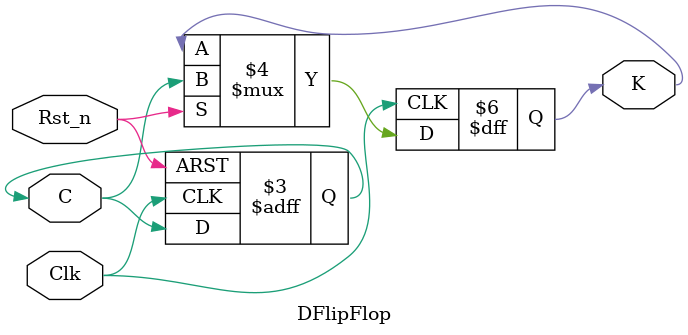
<source format=v>
module DFlipFlop(
    input wire C,       
    input wire Clk,     
    input wire Rst_n,   
    output reg K        
);

always @(negedge Clk or negedge Rst_n) begin
    if (!Rst_n)
        C <= 1'b0;     
    else
        K <= C;    
end

endmodule

</source>
